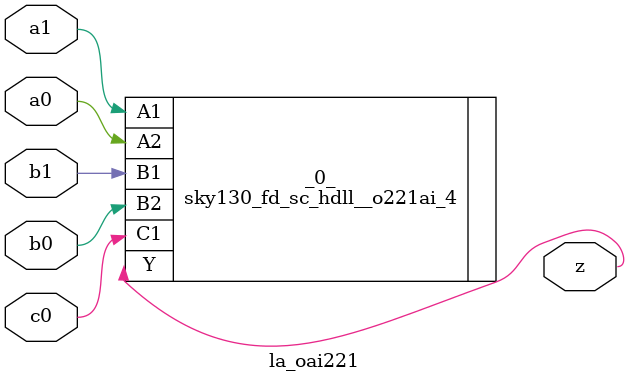
<source format=v>

/* Generated by Yosys 0.44 (git sha1 80ba43d26, g++ 11.4.0-1ubuntu1~22.04 -fPIC -O3) */

(* top =  1  *)
(* src = "inputs/la_oai221.v:10.1-23.10" *)
module la_oai221 (
    a0,
    a1,
    b0,
    b1,
    c0,
    z
);
  (* src = "inputs/la_oai221.v:13.12-13.14" *)
  input a0;
  wire a0;
  (* src = "inputs/la_oai221.v:14.12-14.14" *)
  input a1;
  wire a1;
  (* src = "inputs/la_oai221.v:15.12-15.14" *)
  input b0;
  wire b0;
  (* src = "inputs/la_oai221.v:16.12-16.14" *)
  input b1;
  wire b1;
  (* src = "inputs/la_oai221.v:17.12-17.14" *)
  input c0;
  wire c0;
  (* src = "inputs/la_oai221.v:18.12-18.13" *)
  output z;
  wire z;
  sky130_fd_sc_hdll__o221ai_4 _0_ (
      .A1(a1),
      .A2(a0),
      .B1(b1),
      .B2(b0),
      .C1(c0),
      .Y (z)
  );
endmodule

</source>
